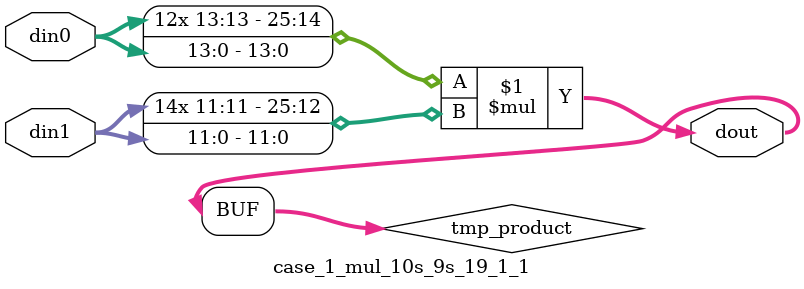
<source format=v>

`timescale 1 ns / 1 ps

 module case_1_mul_10s_9s_19_1_1(din0, din1, dout);
parameter ID = 1;
parameter NUM_STAGE = 0;
parameter din0_WIDTH = 14;
parameter din1_WIDTH = 12;
parameter dout_WIDTH = 26;

input [din0_WIDTH - 1 : 0] din0; 
input [din1_WIDTH - 1 : 0] din1; 
output [dout_WIDTH - 1 : 0] dout;

wire signed [dout_WIDTH - 1 : 0] tmp_product;



























assign tmp_product = $signed(din0) * $signed(din1);








assign dout = tmp_product;





















endmodule

</source>
